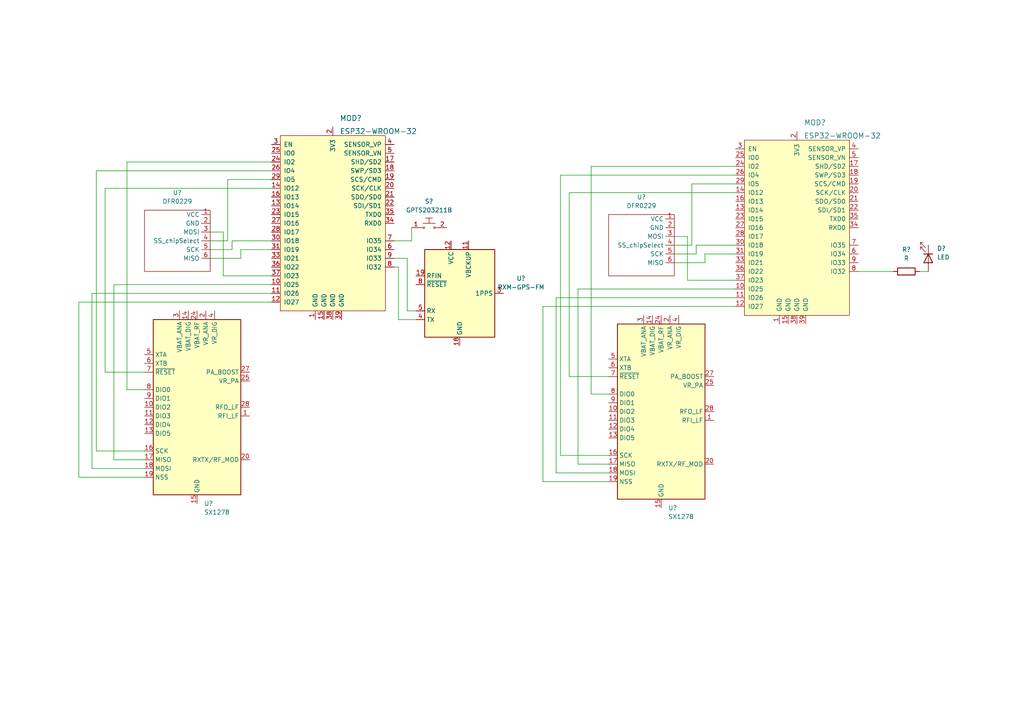
<source format=kicad_sch>
(kicad_sch (version 20211123) (generator eeschema)
  (paper "A4")
  (lib_symbols
    (symbol "Device:LED" (pin_numbers hide) (pin_names (offset 1.016) hide)
      (property "Reference" "D" (at 0 2.54 0))
      (property "Value" "LED" (at 0 -2.54 0))
      (symbol "LED_0_1"
        (polyline (pts (xy -1.27 -1.27) (xy -1.27 1.27)) (stroke (width 0.254)))
        (polyline (pts (xy -1.27 0) (xy 1.27 0)))
        (polyline (pts (xy 1.27 -1.27) (xy 1.27 1.27) (xy -1.27 0) (xy 1.27 -1.27)) (stroke (width 0.254)))
        (polyline (pts (xy -3.048 -0.762) (xy -4.572 -2.286) (xy -3.81 -2.286) (xy -4.572 -2.286) (xy -4.572 -1.524)))
        (polyline (pts (xy -1.778 -0.762) (xy -3.302 -2.286) (xy -2.54 -2.286) (xy -3.302 -2.286) (xy -3.302 -1.524)))
      )
      (symbol "LED_1_1"
        (pin passive line (at -3.81 0 0) (length 2.54) (name "K") (number "1"))
        (pin passive line (at 3.81 0 180) (length 2.54) (name "A") (number "2"))
      )
    )
    (symbol "Device:R" (pin_numbers hide) (pin_names (offset 0))
      (property "Reference" "R" (at 2.032 0 90))
      (property "Value" "R" (at 0 0 90))
      (symbol "R_0_1"
        (rectangle (start -1.016 -2.54) (end 1.016 2.54) (stroke (width 0.254)))
      )
      (symbol "R_1_1"
        (pin passive line (at 0 3.81 270) (length 1.27) (name "~") (number "1"))
        (pin passive line (at 0 -3.81 90) (length 1.27) (name "~") (number "2"))
      )
    )
    (symbol "RF:SX1278"
      (property "Reference" "U" (at 13.97 24.13 0))
      (property "Value" "SX1278" (at 13.97 21.59 0))
      (symbol "SX1278_0_1"
        (rectangle (start -12.7 25.4) (end 12.7 -25.4) (stroke (width 0.254)) (fill (type background)))
      )
      (symbol "SX1278_1_1"
        (pin input line (at 15.24 -2.54 180) (length 2.54) (name "RFI_LF") (number "1"))
        (pin bidirectional line (at -15.24 0 0) (length 2.54) (name "DIO2") (number "10"))
        (pin bidirectional line (at -15.24 -2.54 0) (length 2.54) (name "DIO3") (number "11"))
        (pin bidirectional line (at -15.24 -5.08 0) (length 2.54) (name "DIO4") (number "12"))
        (pin bidirectional line (at -15.24 -7.62 0) (length 2.54) (name "DIO5") (number "13"))
        (pin power_in line (at -2.54 27.94 270) (length 2.54) (name "VBAT_DIG") (number "14"))
        (pin power_in line (at 0 -27.94 90) (length 2.54) (name "GND") (number "15"))
        (pin input line (at -15.24 -12.7 0) (length 2.54) (name "SCK") (number "16"))
        (pin output line (at -15.24 -15.24 0) (length 2.54) (name "MISO") (number "17"))
        (pin input line (at -15.24 -17.78 0) (length 2.54) (name "MOSI") (number "18"))
        (pin input line (at -15.24 -20.32 0) (length 2.54) (name "NSS") (number "19"))
        (pin power_in line (at 2.54 27.94 270) (length 2.54) (name "VR_ANA") (number "2"))
        (pin output line (at 15.24 -15.24 180) (length 2.54) (name "RXTX/RF_MOD") (number "20"))
        (pin passive line (at 0 -27.94 90) (length 2.54) hide (name "GND") (number "21"))
        (pin passive line (at 0 -27.94 90) (length 2.54) hide (name "GND") (number "22"))
        (pin passive line (at 0 -27.94 90) (length 2.54) hide (name "GND") (number "23"))
        (pin power_in line (at 0 27.94 270) (length 2.54) (name "VBAT_RF") (number "24"))
        (pin power_out line (at 15.24 7.62 180) (length 2.54) (name "VR_PA") (number "25"))
        (pin passive line (at 0 -27.94 90) (length 2.54) hide (name "GND") (number "26"))
        (pin power_out line (at 15.24 10.16 180) (length 2.54) (name "PA_BOOST") (number "27"))
        (pin output line (at 15.24 0 180) (length 2.54) (name "RFO_LF") (number "28"))
        (pin passive line (at 0 -27.94 90) (length 2.54) hide (name "GND") (number "29"))
        (pin power_in line (at -5.08 27.94 270) (length 2.54) (name "VBAT_ANA") (number "3"))
        (pin power_in line (at 5.08 27.94 270) (length 2.54) (name "VR_DIG") (number "4"))
        (pin bidirectional line (at -15.24 15.24 0) (length 2.54) (name "XTA") (number "5"))
        (pin bidirectional line (at -15.24 12.7 0) (length 2.54) (name "XTB") (number "6"))
        (pin input line (at -15.24 10.16 0) (length 2.54) (name "~{RESET}") (number "7"))
        (pin bidirectional line (at -15.24 5.08 0) (length 2.54) (name "DIO0") (number "8"))
        (pin bidirectional line (at -15.24 2.54 0) (length 2.54) (name "DIO1") (number "9"))
      )
    )
    (symbol "RF_GPS:RXM-GPS-FM"
      (property "Reference" "U" (at -7.62 13.97 0))
      (property "Value" "RXM-GPS-FM" (at 17.78 13.97 0))
      (symbol "RXM-GPS-FM_0_1"
        (rectangle (start 10.16 -12.7) (end -10.16 12.7) (stroke (width 0.254)) (fill (type background)))
      )
      (symbol "RXM-GPS-FM_1_1"
        (pin no_connect line (at -10.16 10.16 0) (length 2.54) hide (name "NC") (number "1"))
        (pin no_connect line (at 10.16 10.16 180) (length 2.54) hide (name "NC") (number "10"))
        (pin power_in line (at 2.54 15.24 270) (length 2.54) (name "VBCKUP") (number "11"))
        (pin power_in line (at -2.54 15.24 270) (length 2.54) (name "VCC") (number "12"))
        (pin no_connect line (at 10.16 7.62 180) (length 2.54) hide (name "NC") (number "13"))
        (pin no_connect line (at 10.16 5.08 180) (length 2.54) hide (name "NC") (number "14"))
        (pin no_connect line (at 10.16 2.54 180) (length 2.54) hide (name "NC") (number "15"))
        (pin no_connect line (at 10.16 -2.54 180) (length 2.54) hide (name "NC") (number "16"))
        (pin power_in line (at 0 -15.24 90) (length 2.54) (name "GND") (number "18"))
        (pin input line (at -12.7 5.08 0) (length 2.54) (name "RFIN") (number "19"))
        (pin no_connect line (at -10.16 7.62 0) (length 2.54) hide (name "NC") (number "2"))
        (pin passive line (at 0 -15.24 90) (length 2.54) hide (name "GND") (number "20"))
        (pin passive line (at 0 -15.24 90) (length 2.54) hide (name "GND") (number "21"))
        (pin passive line (at 0 -15.24 90) (length 2.54) hide (name "GND") (number "22"))
        (pin output line (at 12.7 0 180) (length 2.54) (name "1PPS") (number "3"))
        (pin output line (at -12.7 -7.62 0) (length 2.54) (name "TX") (number "4"))
        (pin input line (at -12.7 -5.08 0) (length 2.54) (name "RX") (number "5"))
        (pin no_connect line (at -10.16 0 0) (length 2.54) hide (name "NC") (number "6"))
        (pin no_connect line (at -10.16 -2.54 0) (length 2.54) hide (name "NC") (number "7"))
        (pin input line (at -12.7 2.54 0) (length 2.54) (name "~{RESET}") (number "8"))
        (pin no_connect line (at -10.16 -10.16 0) (length 2.54) hide (name "NC") (number "9"))
      )
    )
    (symbol "dk_Pushbutton-Switches:GPTS203211B" (pin_names (offset 1.016))
      (property "Reference" "S" (at -3.81 3.81 0))
      (property "Value" "GPTS203211B" (at 0 -2.54 0))
      (symbol "GPTS203211B_0_1"
        (circle (center -1.524 0) (radius 0.254))
        (polyline (pts (xy -2.54 0) (xy -1.778 0)))
        (polyline (pts (xy -1.778 1.27) (xy 1.778 1.27)))
        (polyline (pts (xy -1.016 2.794) (xy 1.016 2.794)))
        (polyline (pts (xy 0 1.27) (xy 0 2.794)))
        (polyline (pts (xy 2.54 0) (xy 1.778 0)))
        (circle (center 1.524 0) (radius 0.254))
      )
      (symbol "GPTS203211B_1_1"
        (pin passive line (at -5.08 0 0) (length 2.54) (name "~") (number "1"))
        (pin passive line (at 5.08 0 180) (length 2.54) (name "~") (number "2"))
      )
    )
    (symbol "dk_RF-Transceiver-Modules:ESP32-WROOM-32" (pin_names (offset 1.016))
      (property "Reference" "MOD" (at -10.16 1.27 0))
      (property "Value" "ESP32-WROOM-32" (at 5.08 -25.4 90))
      (symbol "ESP32-WROOM-32_0_1"
        (rectangle (start -10.16 0) (end 20.32 -50.8) (fill (type background)))
      )
      (symbol "ESP32-WROOM-32_1_1"
        (pin power_in line (at 0 -53.34 90) (length 2.54) (name "GND") (number "1"))
        (pin bidirectional line (at -12.7 -43.18 0) (length 2.54) (name "IO25") (number "10"))
        (pin bidirectional line (at -12.7 -45.72 0) (length 2.54) (name "IO26") (number "11"))
        (pin bidirectional line (at -12.7 -48.26 0) (length 2.54) (name "IO27") (number "12"))
        (pin bidirectional line (at -12.7 -20.32 0) (length 2.54) (name "IO14") (number "13"))
        (pin bidirectional line (at -12.7 -15.24 0) (length 2.54) (name "IO12") (number "14"))
        (pin power_in line (at 2.54 -53.34 90) (length 2.54) (name "GND") (number "15"))
        (pin bidirectional line (at -12.7 -17.78 0) (length 2.54) (name "IO13") (number "16"))
        (pin bidirectional line (at 22.86 -7.62 180) (length 2.54) (name "SHD/SD2") (number "17"))
        (pin bidirectional line (at 22.86 -10.16 180) (length 2.54) (name "SWP/SD3") (number "18"))
        (pin bidirectional line (at 22.86 -12.7 180) (length 2.54) (name "SCS/CMD") (number "19"))
        (pin power_in line (at 5.08 2.54 270) (length 2.54) (name "3V3") (number "2"))
        (pin bidirectional line (at 22.86 -15.24 180) (length 2.54) (name "SCK/CLK") (number "20"))
        (pin bidirectional line (at 22.86 -17.78 180) (length 2.54) (name "SDO/SD0") (number "21"))
        (pin bidirectional line (at 22.86 -20.32 180) (length 2.54) (name "SDI/SD1") (number "22"))
        (pin bidirectional line (at -12.7 -22.86 0) (length 2.54) (name "IO15") (number "23"))
        (pin bidirectional line (at -12.7 -7.62 0) (length 2.54) (name "IO2") (number "24"))
        (pin bidirectional line (at -12.7 -5.08 0) (length 2.54) (name "IO0") (number "25"))
        (pin bidirectional line (at -12.7 -10.16 0) (length 2.54) (name "IO4") (number "26"))
        (pin bidirectional line (at -12.7 -25.4 0) (length 2.54) (name "IO16") (number "27"))
        (pin bidirectional line (at -12.7 -27.94 0) (length 2.54) (name "IO17") (number "28"))
        (pin bidirectional line (at -12.7 -12.7 0) (length 2.54) (name "IO5") (number "29"))
        (pin input line (at -12.7 -2.54 0) (length 2.54) (name "EN") (number "3"))
        (pin bidirectional line (at -12.7 -30.48 0) (length 2.54) (name "IO18") (number "30"))
        (pin bidirectional line (at -12.7 -33.02 0) (length 2.54) (name "IO19") (number "31"))
        (pin no_connect line (at 20.32 -43.18 180) (length 2.54) hide (name "NC") (number "32"))
        (pin bidirectional line (at -12.7 -35.56 0) (length 2.54) (name "IO21") (number "33"))
        (pin bidirectional line (at 22.86 -25.4 180) (length 2.54) (name "RXD0") (number "34"))
        (pin bidirectional line (at 22.86 -22.86 180) (length 2.54) (name "TXD0") (number "35"))
        (pin bidirectional line (at -12.7 -38.1 0) (length 2.54) (name "IO22") (number "36"))
        (pin bidirectional line (at -12.7 -40.64 0) (length 2.54) (name "IO23") (number "37"))
        (pin power_in line (at 5.08 -53.34 90) (length 2.54) (name "GND") (number "38"))
        (pin power_in line (at 7.62 -53.34 90) (length 2.54) (name "GND") (number "39"))
        (pin input line (at 22.86 -2.54 180) (length 2.54) (name "SENSOR_VP") (number "4"))
        (pin input line (at 22.86 -5.08 180) (length 2.54) (name "SENSOR_VN") (number "5"))
        (pin bidirectional line (at 22.86 -33.02 180) (length 2.54) (name "IO34") (number "6"))
        (pin bidirectional line (at 22.86 -30.48 180) (length 2.54) (name "IO35") (number "7"))
        (pin bidirectional line (at 22.86 -38.1 180) (length 2.54) (name "IO32") (number "8"))
        (pin bidirectional line (at 22.86 -35.56 180) (length 2.54) (name "IO33") (number "9"))
      )
    )
    (symbol "lora_transceiver:DFR0229"
      (property "Reference" "U" (at 5.08 -19.05 0))
      (property "Value" "DFR0229" (at 5.08 1.27 0))
      (symbol "DFR0229_0_1"
        (rectangle (start -3.81 0) (end 15.24 -17.78))
      )
      (symbol "DFR0229_1_1"
        (pin power_in line (at -3.81 -1.27 0) (length 2.54) (name "VCC") (number "1"))
        (pin power_out line (at -3.81 -3.81 0) (length 2.54) (name "GND") (number "2"))
        (pin input line (at -3.81 -6.35 0) (length 2.54) (name "MOSI") (number "3"))
        (pin input line (at -3.81 -8.89 0) (length 2.54) (name "SS_chipSelect") (number "4"))
        (pin input line (at -3.81 -11.43 0) (length 2.54) (name "SCK") (number "5"))
        (pin output line (at -3.81 -13.97 0) (length 2.54) (name "MISO") (number "6"))
      )
    )
  )
  (wire (pts (xy 195.58 73.66) (xy 201.93 73.66)))
  (wire (pts (xy 41.91 138.43) (xy 22.86 138.43)))
  (wire (pts (xy 199.39 81.28) (xy 199.39 68.58)))
  (wire (pts (xy 78.74 80.01) (xy 64.77 80.01)))
  (wire (pts (xy 67.31 72.39) (xy 67.31 69.85)))
  (wire (pts (xy 165.1 55.88) (xy 213.36 55.88)))
  (wire (pts (xy 200.66 71.12) (xy 200.66 53.34)))
  (wire (pts (xy 26.67 135.89) (xy 26.67 85.09)))
  (wire (pts (xy 176.53 109.22) (xy 165.1 109.22)))
  (wire (pts (xy 22.86 138.43) (xy 22.86 87.63)))
  (wire (pts (xy 200.66 53.34) (xy 213.36 53.34)))
  (wire (pts (xy 60.96 69.85) (xy 66.04 69.85)))
  (wire (pts (xy 30.48 107.95) (xy 30.48 54.61)))
  (wire (pts (xy 161.29 137.16) (xy 161.29 86.36)))
  (wire (pts (xy 41.91 107.95) (xy 30.48 107.95)))
  (wire (pts (xy 114.3 77.47) (xy 115.57 77.47)))
  (wire (pts (xy 204.47 73.66) (xy 213.36 73.66)))
  (wire (pts (xy 195.58 76.2) (xy 204.47 76.2)))
  (wire (pts (xy 114.3 74.93) (xy 118.11 74.93)))
  (wire (pts (xy 36.83 113.03) (xy 36.83 46.99)))
  (wire (pts (xy 201.93 71.12) (xy 213.36 71.12)))
  (wire (pts (xy 157.48 88.9) (xy 213.36 88.9)))
  (wire (pts (xy 27.94 130.81) (xy 27.94 49.53)))
  (wire (pts (xy 201.93 73.66) (xy 201.93 71.12)))
  (wire (pts (xy 176.53 134.62) (xy 167.64 134.62)))
  (wire (pts (xy 66.04 69.85) (xy 66.04 52.07)))
  (wire (pts (xy 204.47 76.2) (xy 204.47 73.66)))
  (wire (pts (xy 118.11 90.17) (xy 120.65 90.17)))
  (wire (pts (xy 33.02 82.55) (xy 78.74 82.55)))
  (wire (pts (xy 64.77 80.01) (xy 64.77 67.31)))
  (wire (pts (xy 195.58 71.12) (xy 200.66 71.12)))
  (wire (pts (xy 41.91 133.35) (xy 33.02 133.35)))
  (wire (pts (xy 162.56 50.8) (xy 213.36 50.8)))
  (wire (pts (xy 30.48 54.61) (xy 78.74 54.61)))
  (wire (pts (xy 176.53 139.7) (xy 157.48 139.7)))
  (wire (pts (xy 66.04 52.07) (xy 78.74 52.07)))
  (wire (pts (xy 41.91 135.89) (xy 26.67 135.89)))
  (wire (pts (xy 165.1 109.22) (xy 165.1 55.88)))
  (wire (pts (xy 69.85 74.93) (xy 69.85 72.39)))
  (wire (pts (xy 171.45 48.26) (xy 213.36 48.26)))
  (wire (pts (xy 41.91 113.03) (xy 36.83 113.03)))
  (wire (pts (xy 266.7 78.74) (xy 269.24 78.74)))
  (wire (pts (xy 64.77 67.31) (xy 60.96 67.31)))
  (wire (pts (xy 67.31 69.85) (xy 78.74 69.85)))
  (wire (pts (xy 26.67 85.09) (xy 78.74 85.09)))
  (wire (pts (xy 157.48 139.7) (xy 157.48 88.9)))
  (wire (pts (xy 119.38 69.85) (xy 119.38 66.04)))
  (wire (pts (xy 167.64 83.82) (xy 213.36 83.82)))
  (wire (pts (xy 176.53 137.16) (xy 161.29 137.16)))
  (wire (pts (xy 115.57 77.47) (xy 115.57 92.71)))
  (wire (pts (xy 22.86 87.63) (xy 78.74 87.63)))
  (wire (pts (xy 162.56 132.08) (xy 162.56 50.8)))
  (wire (pts (xy 36.83 46.99) (xy 78.74 46.99)))
  (wire (pts (xy 118.11 74.93) (xy 118.11 90.17)))
  (wire (pts (xy 115.57 92.71) (xy 120.65 92.71)))
  (wire (pts (xy 114.3 69.85) (xy 119.38 69.85)))
  (wire (pts (xy 161.29 86.36) (xy 213.36 86.36)))
  (wire (pts (xy 60.96 74.93) (xy 69.85 74.93)))
  (wire (pts (xy 199.39 68.58) (xy 195.58 68.58)))
  (wire (pts (xy 69.85 72.39) (xy 78.74 72.39)))
  (wire (pts (xy 259.08 78.74) (xy 248.92 78.74)))
  (wire (pts (xy 33.02 133.35) (xy 33.02 82.55)))
  (wire (pts (xy 41.91 130.81) (xy 27.94 130.81)))
  (wire (pts (xy 27.94 49.53) (xy 78.74 49.53)))
  (wire (pts (xy 176.53 132.08) (xy 162.56 132.08)))
  (wire (pts (xy 176.53 114.3) (xy 171.45 114.3)))
  (wire (pts (xy 213.36 81.28) (xy 199.39 81.28)))
  (wire (pts (xy 167.64 134.62) (xy 167.64 83.82)))
  (wire (pts (xy 171.45 114.3) (xy 171.45 48.26)))
  (wire (pts (xy 60.96 72.39) (xy 67.31 72.39)))
  (symbol (lib_id "Device:R") (at 262.89 78.74 270) (unit 1)
    (property "Reference" "R?" (at 262.89 72.39 90))
    (property "Value" "R" (at 262.89 74.93 90))
  )
  (symbol (lib_id "RF:SX1278") (at 191.77 119.38 0) (unit 1)
    (property "Reference" "U?" (at 193.7894 147.32 0) (effects (justify left)))
    (property "Value" "SX1278" (at 193.7894 149.86 0) (effects (justify left)))
    (property "Footprint" "Package_DFN_QFN:QFN-28-1EP_6x6mm_P0.65mm_EP4.8x4.8mm" (effects hide))
    (property "Datasheet" "https://semtech.my.salesforce.com/sfc/p/#E0000000JelG/a/2R0000001Rbr/6EfVZUorrpoKFfvaF_Fkpgp5kzjiNyiAbqcpqh9qSjE" (effects hide))
  )
  (symbol (lib_id "lora_transceiver:DFR0229") (at 57.15 60.96 0) (mirror y) (unit 1)
    (property "Reference" "U?" (at 51.435 55.88 0))
    (property "Value" "DFR0229" (at 51.435 58.42 0))
  )
  (symbol (lib_id "Device:LED") (at 269.24 74.93 270) (unit 1)
    (property "Reference" "D?" (at 271.78 72.0724 90) (effects (justify left)))
    (property "Value" "LED" (at 271.78 74.6124 90) (effects (justify left)))
  )
  (symbol (lib_id "RF_GPS:RXM-GPS-FM") (at 133.35 85.09 0) (unit 1)
    (property "Reference" "U?" (at 151.13 80.7593 0))
    (property "Value" "RXM-GPS-FM" (at 151.13 83.2993 0))
    (property "Footprint" "RF_GPS:Linx_RXM-GPS" (effects hide))
    (property "Datasheet" "https://linxtechnologies.com/wp/wp-content/uploads/rxm-gps-fm.pdf" (effects hide))
  )
  (symbol (lib_id "dk_RF-Transceiver-Modules:ESP32-WROOM-32") (at 91.44 39.37 0) (unit 1)
    (property "Reference" "MOD?" (at 98.5394 34.29 0) (effects (font (size 1.524 1.524)) (justify left)))
    (property "Value" "ESP32-WROOM-32" (at 98.5394 38.1 0) (effects (font (size 1.524 1.524)) (justify left)))
    (property "Footprint" "digikey-footprints:ESP32-WROOM-32D" (effects hide))
    (property "Datasheet" "https://www.espressif.com/sites/default/files/documentation/esp32-wroom-32_datasheet_en.pdf" (effects hide))
    (property "Digi-Key_PN" "1904-1010-1-ND" (effects hide))
    (property "MPN" "ESP32-WROOM-32" (effects hide))
    (property "Category" "RF/IF and RFID" (effects hide))
    (property "Family" "RF Transceiver Modules" (effects hide))
    (property "DK_Datasheet_Link" "https://www.espressif.com/sites/default/files/documentation/esp32-wroom-32_datasheet_en.pdf" (effects hide))
    (property "DK_Detail_Page" "/product-detail/en/espressif-systems/ESP32-WROOM-32/1904-1010-1-ND/8544305" (effects hide))
    (property "Description" "SMD MODULE, ESP32-D0WDQ6, 32MBIT" (effects hide))
    (property "Manufacturer" "Espressif Systems" (effects hide))
    (property "Status" "Active" (effects hide))
  )
  (symbol (lib_id "dk_Pushbutton-Switches:GPTS203211B") (at 124.46 66.04 0) (unit 1)
    (property "Reference" "S?" (at 124.46 58.42 0))
    (property "Value" "GPTS203211B" (at 124.46 60.96 0))
    (property "Footprint" "digikey-footprints:PushButton_12x12mm_THT_GPTS203211B" (effects hide))
    (property "Datasheet" "http://switches-connectors-custom.cwind.com/Asset/GPTS203211BR2.pdf" (effects hide))
    (property "Digi-Key_PN" "CW181-ND" (effects hide))
    (property "MPN" "GPTS203211B" (effects hide))
    (property "Category" "Switches" (effects hide))
    (property "Family" "Pushbutton Switches" (effects hide))
    (property "DK_Datasheet_Link" "http://switches-connectors-custom.cwind.com/Asset/GPTS203211BR2.pdf" (effects hide))
    (property "DK_Detail_Page" "/product-detail/en/cw-industries/GPTS203211B/CW181-ND/3190590" (effects hide))
    (property "Description" "SWITCH PUSHBUTTON SPST 1A 30V" (effects hide))
    (property "Manufacturer" "CW Industries" (effects hide))
    (property "Status" "Active" (effects hide))
  )
  (symbol (lib_id "dk_RF-Transceiver-Modules:ESP32-WROOM-32") (at 226.06 40.64 0) (unit 1)
    (property "Reference" "MOD?" (at 233.1594 35.56 0) (effects (font (size 1.524 1.524)) (justify left)))
    (property "Value" "ESP32-WROOM-32" (at 233.1594 39.37 0) (effects (font (size 1.524 1.524)) (justify left)))
    (property "Footprint" "digikey-footprints:ESP32-WROOM-32D" (effects hide))
    (property "Datasheet" "https://www.espressif.com/sites/default/files/documentation/esp32-wroom-32_datasheet_en.pdf" (effects hide))
    (property "Digi-Key_PN" "1904-1010-1-ND" (effects hide))
    (property "MPN" "ESP32-WROOM-32" (effects hide))
    (property "Category" "RF/IF and RFID" (effects hide))
    (property "Family" "RF Transceiver Modules" (effects hide))
    (property "DK_Datasheet_Link" "https://www.espressif.com/sites/default/files/documentation/esp32-wroom-32_datasheet_en.pdf" (effects hide))
    (property "DK_Detail_Page" "/product-detail/en/espressif-systems/ESP32-WROOM-32/1904-1010-1-ND/8544305" (effects hide))
    (property "Description" "SMD MODULE, ESP32-D0WDQ6, 32MBIT" (effects hide))
    (property "Manufacturer" "Espressif Systems" (effects hide))
    (property "Status" "Active" (effects hide))
  )
  (symbol (lib_id "RF:SX1278") (at 57.15 118.11 0) (unit 1)
    (property "Reference" "U?" (at 59.1694 146.05 0) (effects (justify left)))
    (property "Value" "SX1278" (at 59.1694 148.59 0) (effects (justify left)))
    (property "Footprint" "Package_DFN_QFN:QFN-28-1EP_6x6mm_P0.65mm_EP4.8x4.8mm" (effects hide))
    (property "Datasheet" "https://semtech.my.salesforce.com/sfc/p/#E0000000JelG/a/2R0000001Rbr/6EfVZUorrpoKFfvaF_Fkpgp5kzjiNyiAbqcpqh9qSjE" (effects hide))
  )
  (symbol (lib_id "lora_transceiver:DFR0229") (at 191.77 62.23 0) (mirror y) (unit 1)
    (property "Reference" "U?" (at 186.055 57.15 0))
    (property "Value" "DFR0229" (at 186.055 59.69 0))
  )
)
</source>
